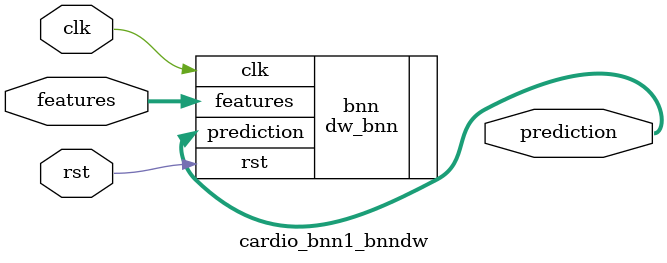
<source format=v>















module cardio_bnn1_bnndw #(

parameter FEAT_CNT = 19,
parameter HIDDEN_CNT = 40,
parameter FEAT_BITS = 4,
parameter CLASS_CNT = 3,
parameter TEST_CNT = 1000


  ) (
  input clk,
  input rst,
  input [FEAT_CNT*FEAT_BITS-1:0] features,
  output [$clog2(CLASS_CNT)-1:0] prediction
  );

  localparam Weights0 = 760'b0000011011111100100011101010010000101011000001110111011001000001001000110000111101101000110100100011001000110001010010010100000010100011010111011011101110101010101110011100110100000011000000001011000010110101111110000101100111100000111010111101011100000011110111010000010010010110100011110010111010100010011000001100011000110011100010000001000111001010111001010110100000001000000110000111000100001010011111100000111010111000011011010101001110100100001011101110010000010010101000111101011000101100000000011011101000010000000110011110101001111111001000110000000101001000011000101001101010101011101101011010101100110010001111011001000101101100110001101001000010001110101101101101101110101100101111000110001001010100100101000101011100100101010100111101000110101011 ;
  localparam Weights1 = 120'b101010000001111100000011001000100011100111001011000110110011011101101001101001110100101100111001001101110110000110110011 ;
  localparam Widths = 320'h08070708080808080708070707080707060807080707070707070808080807080707070707070708 ;

  dw_bnn #(.FEAT_CNT(FEAT_CNT),.FEAT_BITS(FEAT_BITS),.HIDDEN_CNT(HIDDEN_CNT),.CLASS_CNT(CLASS_CNT),.Weights0(Weights0),.Weights1(Weights1),
    .WIDTHS(Widths)) bnn (
    .clk(clk),
    .rst(rst),
    .features(features),
    .prediction(prediction)
  );

endmodule

</source>
